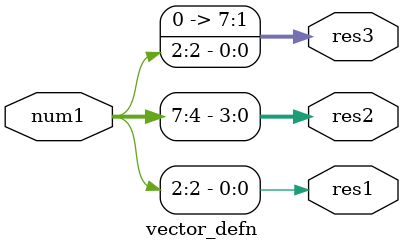
<source format=v>
`timescale 1ns / 1ps


module vector_defn(num1,res1,res2,res3);

input [7:0] num1;
output res1;
output [3:0] res2;
output [0:7] res3;

//selecting a specific vector entry
assign res1=num1[2];

//selectring specific vector entries
assign res2=num1[7:4];

//changing the order of bits
assign res3=res1;

endmodule

</source>
